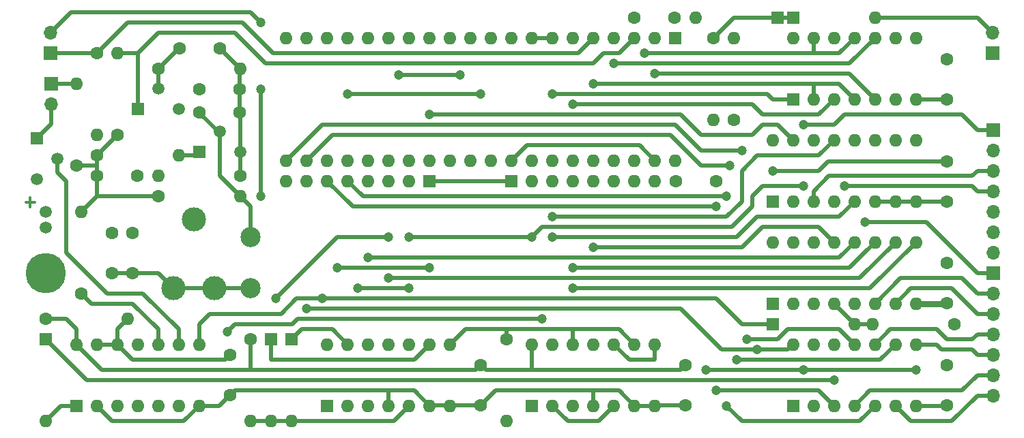
<source format=gbr>
%TF.GenerationSoftware,KiCad,Pcbnew,8.0.1*%
%TF.CreationDate,2024-05-17T17:30:13+02:00*%
%TF.ProjectId,modul_MH106,6d6f6475-6c5f-44d4-9831-30362e6b6963,rev?*%
%TF.SameCoordinates,Original*%
%TF.FileFunction,Copper,L2,Bot*%
%TF.FilePolarity,Positive*%
%FSLAX46Y46*%
G04 Gerber Fmt 4.6, Leading zero omitted, Abs format (unit mm)*
G04 Created by KiCad (PCBNEW 8.0.1) date 2024-05-17 17:30:13*
%MOMM*%
%LPD*%
G01*
G04 APERTURE LIST*
%ADD10C,0.300000*%
%TA.AperFunction,NonConductor*%
%ADD11C,0.300000*%
%TD*%
%TA.AperFunction,ComponentPad*%
%ADD12R,1.600000X1.600000*%
%TD*%
%TA.AperFunction,ComponentPad*%
%ADD13O,1.600000X1.600000*%
%TD*%
%TA.AperFunction,ComponentPad*%
%ADD14C,1.600000*%
%TD*%
%TA.AperFunction,ComponentPad*%
%ADD15R,1.700000X1.700000*%
%TD*%
%TA.AperFunction,ComponentPad*%
%ADD16O,1.700000X1.700000*%
%TD*%
%TA.AperFunction,ComponentPad*%
%ADD17R,1.500000X1.500000*%
%TD*%
%TA.AperFunction,ComponentPad*%
%ADD18C,1.500000*%
%TD*%
%TA.AperFunction,ComponentPad*%
%ADD19C,2.500000*%
%TD*%
%TA.AperFunction,ComponentPad*%
%ADD20C,3.000000*%
%TD*%
%TA.AperFunction,ViaPad*%
%ADD21C,1.200000*%
%TD*%
%TA.AperFunction,ViaPad*%
%ADD22C,5.000000*%
%TD*%
%TA.AperFunction,Conductor*%
%ADD23C,0.500000*%
%TD*%
%TA.AperFunction,Conductor*%
%ADD24C,0.800000*%
%TD*%
G04 APERTURE END LIST*
D10*
D11*
X95186428Y-81386900D02*
X94043571Y-81386900D01*
X94614999Y-81958328D02*
X94614999Y-80815471D01*
D12*
%TO.P,V6,1,K*%
%TO.N,/~{STB}*%
X186690000Y-96520000D03*
D13*
%TO.P,V6,2,A*%
%TO.N,Net-(D4A-~{WE})*%
X196850000Y-96520000D03*
%TD*%
%TO.P,R16,2*%
%TO.N,Net-(D4A-~{WE})*%
X199072500Y-96520000D03*
D14*
%TO.P,R16,1*%
%TO.N,+5V*%
X209232500Y-96520000D03*
%TD*%
%TO.P,R15,1*%
%TO.N,+BATT*%
X100330000Y-76835000D03*
D13*
%TO.P,R15,2*%
%TO.N,Net-(X4-Pin_1)*%
X100330000Y-66675000D03*
%TD*%
D14*
%TO.P,C16,1*%
%TO.N,+BATT*%
X175895000Y-101600000D03*
%TO.P,C16,2*%
%TO.N,GNDD*%
X175895000Y-106600000D03*
%TD*%
D12*
%TO.P,R9,1,common*%
%TO.N,+BATT*%
X154305000Y-78740000D03*
D13*
%TO.P,R9,2,R1*%
%TO.N,unconnected-(R9-R1-Pad2)*%
X156845000Y-78740000D03*
%TO.P,R9,3,R2*%
%TO.N,/~{DMX3}*%
X159385000Y-78740000D03*
%TO.P,R9,4,R3*%
%TO.N,/~{DMX4}*%
X161925000Y-78740000D03*
%TO.P,R9,5,R4*%
%TO.N,/~{DMX5}*%
X164465000Y-78740000D03*
%TO.P,R9,6,R5*%
%TO.N,/~{DMX6}*%
X167005000Y-78740000D03*
%TO.P,R9,7,R6*%
%TO.N,/~{DMX7}*%
X169545000Y-78740000D03*
%TO.P,R9,8,R7*%
%TO.N,/~{DMX1}*%
X172085000Y-78740000D03*
%TD*%
D15*
%TO.P,X5,1,Pin_1*%
%TO.N,Net-(D1-LSP)*%
X97130000Y-62845000D03*
D16*
%TO.P,X5,2,Pin_2*%
%TO.N,+5V*%
X97130000Y-60305000D03*
%TD*%
D14*
%TO.P,C3,1*%
%TO.N,Net-(C1-Pad1)*%
X107315000Y-90170000D03*
%TO.P,C3,2*%
%TO.N,GNDD*%
X107315000Y-85170000D03*
%TD*%
D15*
%TO.P,X4,1,Pin_1*%
%TO.N,Net-(X4-Pin_1)*%
X97180000Y-66695000D03*
D16*
%TO.P,X4,2,Pin_2*%
%TO.N,Net-(VT3-D)*%
X97180000Y-69235000D03*
%TD*%
D12*
%TO.P,D3,1*%
%TO.N,/~{DMX3}*%
X189230000Y-68580000D03*
D13*
%TO.P,D3,2*%
%TO.N,/~{DMX5}*%
X191770000Y-68580000D03*
%TO.P,D3,3*%
%TO.N,/~{DMX4}*%
X194310000Y-68580000D03*
%TO.P,D3,4*%
%TO.N,/~{DMX5}*%
X196850000Y-68580000D03*
%TO.P,D3,5*%
%TO.N,/~{DMX1}*%
X199390000Y-68580000D03*
%TO.P,D3,6*%
%TO.N,/S1*%
X201930000Y-68580000D03*
%TO.P,D3,7,GND*%
%TO.N,GNDD*%
X204470000Y-68580000D03*
%TO.P,D3,8*%
%TO.N,/S2*%
X204470000Y-60960000D03*
%TO.P,D3,9*%
%TO.N,/~{DMX1}*%
X201930000Y-60960000D03*
%TO.P,D3,10*%
%TO.N,/~{DMX6}*%
X199390000Y-60960000D03*
%TO.P,D3,11*%
%TO.N,/~{DMX7}*%
X196850000Y-60960000D03*
%TO.P,D3,12*%
%TO.N,/S0*%
X194310000Y-60960000D03*
%TO.P,D3,13*%
%TO.N,/~{DMX7}*%
X191770000Y-60960000D03*
%TO.P,D3,14,VCC*%
%TO.N,+5V*%
X189230000Y-60960000D03*
%TD*%
D14*
%TO.P,R11,1*%
%TO.N,+BATT*%
X121920000Y-98425000D03*
D13*
%TO.P,R11,2*%
%TO.N,Net-(D5A-D)*%
X121920000Y-108585000D03*
%TD*%
D12*
%TO.P,A1,1,DIS*%
%TO.N,Net-(A1A-DIS)*%
X100330000Y-106680000D03*
D13*
%TO.P,A1,2,THR*%
%TO.N,GNDD*%
X102870000Y-106680000D03*
%TO.P,A1,3,CTRL*%
%TO.N,unconnected-(A1A-CTRL-Pad3)*%
X105410000Y-106680000D03*
%TO.P,A1,4,~{RES}*%
%TO.N,/AE*%
X107950000Y-106680000D03*
%TO.P,A1,5,OUT*%
%TO.N,unconnected-(A1A-OUT-Pad5)*%
X110490000Y-106680000D03*
%TO.P,A1,6,~{TRIG}*%
%TO.N,/~{ALM}*%
X113030000Y-106680000D03*
%TO.P,A1,7,GND*%
%TO.N,GNDD*%
X115570000Y-106680000D03*
%TO.P,A1,8,~{TRIG}*%
%TO.N,/~{STB}*%
X115570000Y-99060000D03*
%TO.P,A1,9,OUT*%
%TO.N,Net-(A1B-OUT)*%
X113030000Y-99060000D03*
%TO.P,A1,10,~{RES}*%
%TO.N,Net-(A1A-DIS)*%
X110490000Y-99060000D03*
%TO.P,A1,11,CTRL*%
%TO.N,unconnected-(A1B-CTRL-Pad11)*%
X107950000Y-99060000D03*
%TO.P,A1,12,THR*%
%TO.N,Net-(A1B-DIS)*%
X105410000Y-99060000D03*
%TO.P,A1,13,DIS*%
X102870000Y-99060000D03*
%TO.P,A1,14,Ucc*%
%TO.N,+BATT*%
X100330000Y-99060000D03*
%TD*%
D14*
%TO.P,C10,1*%
%TO.N,Net-(A1B-DIS)*%
X119380000Y-100370000D03*
%TO.P,C10,2*%
%TO.N,GNDD*%
X119380000Y-105370000D03*
%TD*%
%TO.P,R14,1*%
%TO.N,+BATT*%
X96520000Y-95885000D03*
D13*
%TO.P,R14,2*%
%TO.N,Net-(A1B-DIS)*%
X106680000Y-95885000D03*
%TD*%
D12*
%TO.P,D7,1,Q*%
%TO.N,/AE*%
X156845000Y-106680000D03*
D13*
%TO.P,D7,2,~{Q}*%
%TO.N,Net-(D7A-D)*%
X159385000Y-106680000D03*
%TO.P,D7,3,T*%
%TO.N,/K5*%
X161925000Y-106680000D03*
%TO.P,D7,4,R*%
%TO.N,GNDD*%
X164465000Y-106680000D03*
%TO.P,D7,5,D*%
%TO.N,Net-(D7A-D)*%
X167005000Y-106680000D03*
%TO.P,D7,6,S*%
%TO.N,GNDD*%
X169545000Y-106680000D03*
%TO.P,D7,7,GND*%
X172085000Y-106680000D03*
%TO.P,D7,8,S*%
X172085000Y-99060000D03*
%TO.P,D7,9,D*%
%TO.N,Net-(D5B-S)*%
X169545000Y-99060000D03*
%TO.P,D7,10,R*%
%TO.N,GNDD*%
X167005000Y-99060000D03*
%TO.P,D7,11,T*%
%TO.N,/K1*%
X164465000Y-99060000D03*
%TO.P,D7,12,~{Q}*%
%TO.N,Net-(D5B-S)*%
X161925000Y-99060000D03*
%TO.P,D7,13,Q*%
%TO.N,/SET*%
X159385000Y-99060000D03*
%TO.P,D7,14,VCC*%
%TO.N,+BATT*%
X156845000Y-99060000D03*
%TD*%
D14*
%TO.P,C14,1*%
%TO.N,+5V*%
X208280000Y-76280000D03*
%TO.P,C14,2*%
%TO.N,GNDD*%
X208280000Y-81280000D03*
%TD*%
D12*
%TO.P,V1,1,K*%
%TO.N,Net-(D5B-Q)*%
X127000000Y-98425000D03*
D13*
%TO.P,V1,2,A*%
%TO.N,Net-(D5A-D)*%
X127000000Y-108585000D03*
%TD*%
D14*
%TO.P,C13,1*%
%TO.N,+5V*%
X208280000Y-88940000D03*
%TO.P,C13,2*%
%TO.N,GNDD*%
X208280000Y-93940000D03*
%TD*%
%TO.P,R6,1*%
%TO.N,Net-(D1-LSP)*%
X102870000Y-62865000D03*
D13*
%TO.P,R6,2*%
%TO.N,GNDD*%
X102870000Y-73025000D03*
%TD*%
D14*
%TO.P,R8,1*%
%TO.N,+BATT*%
X179324000Y-60960000D03*
D13*
%TO.P,R8,2*%
%TO.N,Net-(D1-Icc1)*%
X179324000Y-71120000D03*
%TD*%
D14*
%TO.P,C4,1*%
%TO.N,Net-(VT1-B)*%
X115610000Y-70231000D03*
%TO.P,C4,2*%
%TO.N,Net-(VT1-E)*%
X120610000Y-70231000D03*
%TD*%
%TO.P,R13,1*%
%TO.N,Net-(A1A-DIS)*%
X100965000Y-92710000D03*
D13*
%TO.P,R13,2*%
%TO.N,+BATT*%
X100965000Y-82550000D03*
%TD*%
D14*
%TO.P,R2,1*%
%TO.N,+BATT*%
X102870000Y-75565000D03*
D13*
%TO.P,R2,2*%
%TO.N,Net-(VT1-C)*%
X113030000Y-75565000D03*
%TD*%
D14*
%TO.P,C15,1*%
%TO.N,+BATT*%
X150495000Y-101600000D03*
%TO.P,C15,2*%
%TO.N,GNDD*%
X150495000Y-106600000D03*
%TD*%
D12*
%TO.P,D2,1*%
%TO.N,/~{KEY}*%
X189230000Y-106680000D03*
D13*
%TO.P,D2,2*%
%TO.N,/KEY*%
X191770000Y-106680000D03*
%TO.P,D2,3*%
%TO.N,/~{BCD4}*%
X194310000Y-106680000D03*
%TO.P,D2,4*%
%TO.N,/D2*%
X196850000Y-106680000D03*
%TO.P,D2,5*%
%TO.N,/~{BCD8}*%
X199390000Y-106680000D03*
%TO.P,D2,6*%
%TO.N,/D3*%
X201930000Y-106680000D03*
%TO.P,D2,7,GND*%
%TO.N,GNDD*%
X204470000Y-106680000D03*
%TO.P,D2,8*%
%TO.N,/D1*%
X204470000Y-99060000D03*
%TO.P,D2,9*%
%TO.N,/~{BCD2}*%
X201930000Y-99060000D03*
%TO.P,D2,10*%
%TO.N,/D0*%
X199390000Y-99060000D03*
%TO.P,D2,11*%
%TO.N,/~{BCD1}*%
X196850000Y-99060000D03*
%TO.P,D2,12*%
%TO.N,/LS*%
X194310000Y-99060000D03*
%TO.P,D2,13*%
%TO.N,/~{LS}*%
X191770000Y-99060000D03*
%TO.P,D2,14,VCC*%
%TO.N,+5V*%
X189230000Y-99060000D03*
%TD*%
D17*
%TO.P,VT1,1,C*%
%TO.N,Net-(VT1-C)*%
X115570000Y-75145000D03*
D18*
%TO.P,VT1,2,B*%
%TO.N,Net-(VT1-B)*%
X118110000Y-72605000D03*
%TO.P,VT1,3,E*%
%TO.N,Net-(VT1-E)*%
X120650000Y-75145000D03*
%TD*%
D17*
%TO.P,VT2,1,C*%
%TO.N,Net-(D1-EOSC)*%
X107940000Y-69811000D03*
D18*
%TO.P,VT2,2,B*%
%TO.N,Net-(VT2-B)*%
X110480000Y-67271000D03*
%TO.P,VT2,3,E*%
%TO.N,GNDD*%
X113020000Y-69811000D03*
%TD*%
D14*
%TO.P,R12,1*%
%TO.N,Net-(D5B-S)*%
X153670000Y-98425000D03*
D13*
%TO.P,R12,2*%
%TO.N,Net-(D1-~{N}{slash}F0)*%
X153670000Y-108585000D03*
%TD*%
D14*
%TO.P,C8,1*%
%TO.N,GNDD*%
X169545000Y-58420000D03*
%TO.P,C8,2*%
%TO.N,Net-(D1-Icc1)*%
X174545000Y-58420000D03*
%TD*%
D19*
%TO.P,Y1,1,1*%
%TO.N,Net-(C1-Pad1)*%
X121920000Y-92075000D03*
%TO.P,Y1,2,2*%
%TO.N,Net-(VT1-B)*%
X121920000Y-85725000D03*
%TD*%
D14*
%TO.P,R3,1*%
%TO.N,Net-(VT1-E)*%
X120650000Y-78105000D03*
D13*
%TO.P,R3,2*%
%TO.N,GNDD*%
X110490000Y-78105000D03*
%TD*%
D14*
%TO.P,R4,1*%
%TO.N,Net-(VT2-B)*%
X110490000Y-64770000D03*
D13*
%TO.P,R4,2*%
%TO.N,Net-(VT1-E)*%
X120650000Y-64770000D03*
%TD*%
D17*
%TO.P,VT3,1,D*%
%TO.N,Net-(VT3-D)*%
X95416000Y-73396000D03*
D18*
%TO.P,VT3,2,G*%
%TO.N,Net-(A1B-OUT)*%
X97956000Y-75936000D03*
%TO.P,VT3,3,S*%
%TO.N,GNDD*%
X95416000Y-78476000D03*
%TD*%
D14*
%TO.P,C9,1*%
%TO.N,GNDD*%
X179705000Y-78740000D03*
%TO.P,C9,2*%
%TO.N,Net-(D1-Icc2)*%
X174705000Y-78740000D03*
%TD*%
%TO.P,R7,1*%
%TO.N,Net-(D1-Icc2)*%
X181864000Y-71120000D03*
D13*
%TO.P,R7,2*%
%TO.N,+5V*%
X181864000Y-60960000D03*
%TD*%
D20*
%TO.P,C1,1*%
%TO.N,Net-(C1-Pad1)*%
X117475000Y-92075000D03*
X112395000Y-92075000D03*
%TO.P,C1,2*%
%TO.N,GNDD*%
X114935000Y-83502500D03*
%TD*%
D14*
%TO.P,C7,1*%
%TO.N,Net-(VT1-E)*%
X118110000Y-62230000D03*
%TO.P,C7,2*%
%TO.N,Net-(VT2-B)*%
X113110000Y-62230000D03*
%TD*%
D15*
%TO.P,X3,1,Pin_1*%
%TO.N,GNDD*%
X213995000Y-62865000D03*
D16*
%TO.P,X3,2,Pin_2*%
%TO.N,Net-(V4-A)*%
X213995000Y-60325000D03*
%TD*%
D14*
%TO.P,R5,1*%
%TO.N,+BATT*%
X105410000Y-73025000D03*
D13*
%TO.P,R5,2*%
%TO.N,Net-(D1-EOSC)*%
X105410000Y-62865000D03*
%TD*%
D14*
%TO.P,C5,1*%
%TO.N,Net-(VT1-E)*%
X120610000Y-67310000D03*
%TO.P,C5,2*%
%TO.N,GNDD*%
X115610000Y-67310000D03*
%TD*%
D12*
%TO.P,V3,1,K*%
%TO.N,/LS*%
X96520000Y-98425000D03*
D13*
%TO.P,V3,2,A*%
%TO.N,Net-(A1A-DIS)*%
X96520000Y-108585000D03*
%TD*%
D12*
%TO.P,D6,1,Q4*%
%TO.N,/MC0*%
X186690000Y-81280000D03*
D13*
%TO.P,D6,2,Q6*%
%TO.N,unconnected-(D6A-Q6-Pad2)*%
X189230000Y-81280000D03*
%TO.P,D6,3,C*%
%TO.N,/DP*%
X191770000Y-81280000D03*
%TO.P,D6,4,Q7*%
%TO.N,unconnected-(D6A-Q7-Pad4)*%
X194310000Y-81280000D03*
%TO.P,D6,5,Q5*%
%TO.N,/SET*%
X196850000Y-81280000D03*
%TO.P,D6,6,INH*%
%TO.N,GNDD*%
X199390000Y-81280000D03*
%TO.P,D6,7,VEE*%
X201930000Y-81280000D03*
%TO.P,D6,8,GND*%
X204470000Y-81280000D03*
%TO.P,D6,9,A2*%
%TO.N,/S2*%
X204470000Y-73660000D03*
%TO.P,D6,10,A1*%
%TO.N,/S1*%
X201930000Y-73660000D03*
%TO.P,D6,11,A0*%
%TO.N,/S0*%
X199390000Y-73660000D03*
%TO.P,D6,12,Q3*%
%TO.N,unconnected-(D6A-Q3-Pad12)*%
X196850000Y-73660000D03*
%TO.P,D6,13,Q0*%
%TO.N,/AE*%
X194310000Y-73660000D03*
%TO.P,D6,14,Q1*%
%TO.N,unconnected-(D6A-Q1-Pad14)*%
X191770000Y-73660000D03*
%TO.P,D6,15,Q2*%
%TO.N,/MC0*%
X189230000Y-73660000D03*
%TO.P,D6,16,VCC*%
%TO.N,+5V*%
X186690000Y-73660000D03*
%TD*%
D14*
%TO.P,C6,1*%
%TO.N,+BATT*%
X102870000Y-78105000D03*
%TO.P,C6,2*%
%TO.N,GNDD*%
X107870000Y-78105000D03*
%TD*%
D12*
%TO.P,D5,1,Q*%
%TO.N,/MC0*%
X131440000Y-106670000D03*
D13*
%TO.P,D5,2,~{Q}*%
%TO.N,Net-(D5A-~{Q})*%
X133980000Y-106670000D03*
%TO.P,D5,3,T*%
%TO.N,/K4*%
X136520000Y-106670000D03*
%TO.P,D5,4,R*%
%TO.N,GNDD*%
X139060000Y-106670000D03*
%TO.P,D5,5,D*%
%TO.N,Net-(D5A-D)*%
X141600000Y-106670000D03*
%TO.P,D5,6,S*%
%TO.N,GNDD*%
X144140000Y-106670000D03*
%TO.P,D5,7,GND*%
X146680000Y-106670000D03*
%TO.P,D5,8,S*%
%TO.N,Net-(D5B-S)*%
X146680000Y-99050000D03*
%TO.P,D5,9,D*%
%TO.N,Net-(D5A-~{Q})*%
X144140000Y-99050000D03*
%TO.P,D5,10,R*%
%TO.N,GNDD*%
X141600000Y-99050000D03*
%TO.P,D5,11,T*%
%TO.N,/K4*%
X139060000Y-99050000D03*
%TO.P,D5,12,~{Q}*%
%TO.N,Net-(D1-MOD1)*%
X136520000Y-99050000D03*
%TO.P,D5,13,Q*%
%TO.N,Net-(D5B-Q)*%
X133980000Y-99050000D03*
%TO.P,D5,14,VCC*%
%TO.N,+BATT*%
X131440000Y-99050000D03*
%TD*%
D14*
%TO.P,C2,1*%
%TO.N,Net-(C1-Pad1)*%
X104775000Y-90170000D03*
%TO.P,C2,2*%
%TO.N,GNDD*%
X104775000Y-85170000D03*
%TD*%
D12*
%TO.P,V5,1,K*%
%TO.N,+BATT*%
X187325000Y-58420000D03*
D13*
%TO.P,V5,2,A*%
%TO.N,+5V*%
X177165000Y-58420000D03*
%TD*%
D14*
%TO.P,C11,1*%
%TO.N,+5V*%
X208280000Y-101640000D03*
%TO.P,C11,2*%
%TO.N,GNDD*%
X208280000Y-106640000D03*
%TD*%
D12*
%TO.P,R10,1,common*%
%TO.N,+BATT*%
X144145000Y-78740000D03*
D13*
%TO.P,R10,2,R1*%
%TO.N,/~{LS}*%
X141605000Y-78740000D03*
%TO.P,R10,3,R2*%
%TO.N,/~{ALM}*%
X139065000Y-78740000D03*
%TO.P,R10,4,R3*%
%TO.N,/~{STB}*%
X136525000Y-78740000D03*
%TO.P,R10,5,R4*%
%TO.N,/~{BCD8}*%
X133985000Y-78740000D03*
%TO.P,R10,6,R5*%
%TO.N,/~{BCD4}*%
X131445000Y-78740000D03*
%TO.P,R10,7,R6*%
%TO.N,/~{BCD2}*%
X128905000Y-78740000D03*
%TO.P,R10,8,R7*%
%TO.N,/~{BCD1}*%
X126365000Y-78740000D03*
%TD*%
D14*
%TO.P,R1,1*%
%TO.N,+BATT*%
X110490000Y-80645000D03*
D13*
%TO.P,R1,2*%
%TO.N,Net-(VT1-B)*%
X120650000Y-80645000D03*
%TD*%
D14*
%TO.P,C12,1*%
%TO.N,+5V*%
X208280000Y-63580000D03*
%TO.P,C12,2*%
%TO.N,GNDD*%
X208280000Y-68580000D03*
%TD*%
D12*
%TO.P,V4,1,K*%
%TO.N,+BATT*%
X189230000Y-58420000D03*
D13*
%TO.P,V4,2,A*%
%TO.N,Net-(V4-A)*%
X199390000Y-58420000D03*
%TD*%
D12*
%TO.P,D4,1,Q7*%
%TO.N,unconnected-(D4A-Q7-Pad1)*%
X186690000Y-93970000D03*
D13*
%TO.P,D4,2,R*%
%TO.N,GNDD*%
X189230000Y-93970000D03*
%TO.P,D4,3,D*%
%TO.N,/KEY*%
X191770000Y-93970000D03*
%TO.P,D4,4,~{WE}*%
%TO.N,Net-(D4A-~{WE})*%
X194310000Y-93970000D03*
%TO.P,D4,5,A0*%
%TO.N,/S0*%
X196850000Y-93970000D03*
%TO.P,D4,6,A1*%
%TO.N,/S1*%
X199390000Y-93970000D03*
%TO.P,D4,7,A2*%
%TO.N,/S2*%
X201930000Y-93970000D03*
%TO.P,D4,8,GND*%
%TO.N,GNDD*%
X204470000Y-93970000D03*
%TO.P,D4,9,Q0*%
%TO.N,/K5*%
X204470000Y-86350000D03*
%TO.P,D4,10,Q1*%
%TO.N,/K4*%
X201930000Y-86350000D03*
%TO.P,D4,11,Q2*%
%TO.N,/K3*%
X199390000Y-86350000D03*
%TO.P,D4,12,Q3*%
%TO.N,/K2*%
X196850000Y-86350000D03*
%TO.P,D4,13,Q4*%
%TO.N,/K1*%
X194310000Y-86350000D03*
%TO.P,D4,14,Q5*%
%TO.N,unconnected-(D4A-Q5-Pad14)*%
X191770000Y-86350000D03*
%TO.P,D4,15,Q6*%
%TO.N,unconnected-(D4A-Q6-Pad15)*%
X189230000Y-86350000D03*
%TO.P,D4,16,VCC*%
%TO.N,+5V*%
X186690000Y-86350000D03*
%TD*%
D18*
%TO.P,C17,1*%
%TO.N,+BATT*%
X96520000Y-82550000D03*
%TO.P,C17,2*%
%TO.N,GNDD*%
X96520000Y-84550000D03*
%TD*%
D12*
%TO.P,V2,1,K*%
%TO.N,Net-(D5A-~{Q})*%
X124460000Y-98425000D03*
D13*
%TO.P,V2,2,A*%
%TO.N,Net-(D5A-D)*%
X124460000Y-108585000D03*
%TD*%
D12*
%TO.P,D1,1,Icc1*%
%TO.N,Net-(D1-Icc1)*%
X174625000Y-60960000D03*
D13*
%TO.P,D1,2,MR*%
%TO.N,GNDD*%
X172085000Y-60960000D03*
%TO.P,D1,3,EOSC*%
%TO.N,Net-(D1-EOSC)*%
X169545000Y-60960000D03*
%TO.P,D1,4,Z*%
%TO.N,GNDD*%
X167005000Y-60960000D03*
%TO.P,D1,5,LSP*%
%TO.N,Net-(D1-LSP)*%
X164465000Y-60960000D03*
%TO.P,D1,6,RY*%
%TO.N,/K3*%
X161925000Y-60960000D03*
%TO.P,D1,7,~{LSL}*%
%TO.N,/~{LS}*%
X159385000Y-60960000D03*
%TO.P,D1,8,~{LSS}*%
X156845000Y-60960000D03*
%TO.P,D1,9,~{LML}*%
%TO.N,unconnected-(D1-~{LML}-Pad9)*%
X154305000Y-60960000D03*
%TO.P,D1,10,~{LMS}*%
%TO.N,unconnected-(D1-~{LMS}-Pad10)*%
X151765000Y-60960000D03*
%TO.P,D1,11,~{ALM}*%
%TO.N,/~{ALM}*%
X149225000Y-60960000D03*
%TO.P,D1,12,~{CAL}*%
%TO.N,unconnected-(D1-~{CAL}-Pad12)*%
X146685000Y-60960000D03*
%TO.P,D1,13,MOD0*%
%TO.N,/MC0*%
X144145000Y-60960000D03*
%TO.P,D1,14,MOD1*%
%TO.N,Net-(D1-MOD1)*%
X141605000Y-60960000D03*
%TO.P,D1,15,SST*%
%TO.N,/K2*%
X139065000Y-60960000D03*
%TO.P,D1,16,SN/L*%
%TO.N,GNDD*%
X136525000Y-60960000D03*
%TO.P,D1,17,~{N}/F0*%
%TO.N,Net-(D1-~{N}{slash}F0)*%
X133985000Y-60960000D03*
%TO.P,D1,18,PHSE*%
%TO.N,GNDD*%
X131445000Y-60960000D03*
%TO.P,D1,19,~{STB}*%
%TO.N,/~{STB}*%
X128905000Y-60960000D03*
%TO.P,D1,20,GND*%
%TO.N,GNDD*%
X126365000Y-60960000D03*
%TO.P,D1,21,~{BCD1}*%
%TO.N,/~{BCD1}*%
X126365000Y-76200000D03*
%TO.P,D1,22,~{BCD2}*%
%TO.N,/~{BCD2}*%
X128905000Y-76200000D03*
%TO.P,D1,23,~{BCD4}*%
%TO.N,/~{BCD4}*%
X131445000Y-76200000D03*
%TO.P,D1,24,~{BCD8}*%
%TO.N,/~{BCD8}*%
X133985000Y-76200000D03*
%TO.P,D1,25,~{g/Ne}*%
%TO.N,unconnected-(D1-~{g{slash}Ne}-Pad25)*%
X136525000Y-76200000D03*
%TO.P,D1,26,~{a/So}*%
%TO.N,unconnected-(D1-~{a{slash}So}-Pad26)*%
X139065000Y-76200000D03*
%TO.P,D1,27,~{f/Pa}*%
%TO.N,unconnected-(D1-~{f{slash}Pa}-Pad27)*%
X141605000Y-76200000D03*
%TO.P,D1,28,~{e/Ct}*%
%TO.N,unconnected-(D1-~{e{slash}Ct}-Pad28)*%
X144145000Y-76200000D03*
%TO.P,D1,29,~{b/St}*%
%TO.N,unconnected-(D1-~{b{slash}St}-Pad29)*%
X146685000Y-76200000D03*
%TO.P,D1,30,~{c/Ut}*%
%TO.N,unconnected-(D1-~{c{slash}Ut}-Pad30)*%
X149225000Y-76200000D03*
%TO.P,D1,31,~{d/Po}*%
%TO.N,unconnected-(D1-~{d{slash}Po}-Pad31)*%
X151765000Y-76200000D03*
%TO.P,D1,32,~{DMX1}*%
%TO.N,/~{DMX1}*%
X154305000Y-76200000D03*
%TO.P,D1,33,~{DMX2}*%
%TO.N,unconnected-(D1-~{DMX2}-Pad33)*%
X156845000Y-76200000D03*
%TO.P,D1,34,~{DMX3}*%
%TO.N,/~{DMX3}*%
X159385000Y-76200000D03*
%TO.P,D1,35,~{DMX4}*%
%TO.N,/~{DMX4}*%
X161925000Y-76200000D03*
%TO.P,D1,36,~{DMX5}*%
%TO.N,/~{DMX5}*%
X164465000Y-76200000D03*
%TO.P,D1,37,~{DMX6}*%
%TO.N,/~{DMX6}*%
X167005000Y-76200000D03*
%TO.P,D1,38,~{DMX7}*%
%TO.N,/~{DMX7}*%
X169545000Y-76200000D03*
%TO.P,D1,39,~{DMX8}*%
%TO.N,/~{DMX1}*%
X172085000Y-76200000D03*
%TO.P,D1,40,Icc2*%
%TO.N,Net-(D1-Icc2)*%
X174625000Y-76200000D03*
%TD*%
D15*
%TO.P,X1,1,Pin_1*%
%TO.N,/~{KEY}*%
X214020000Y-72390000D03*
D16*
%TO.P,X1,2,Pin_2*%
%TO.N,unconnected-(X1-Pin_2-Pad2)*%
X214020000Y-74930000D03*
%TO.P,X1,3,Pin_3*%
%TO.N,/DP*%
X214020000Y-77470000D03*
%TO.P,X1,4,Pin_4*%
%TO.N,/LS*%
X214020000Y-80010000D03*
%TO.P,X1,5,Pin_5*%
%TO.N,+5V*%
X214020000Y-82550000D03*
%TO.P,X1,6,Pin_6*%
%TO.N,GNDD*%
X214020000Y-85090000D03*
%TO.P,X1,7,Pin_7*%
%TO.N,unconnected-(X1-Pin_7-Pad7)*%
X214020000Y-87630000D03*
%TD*%
D15*
%TO.P,X2,1,Pin_1*%
%TO.N,/S0*%
X214020000Y-90170000D03*
D16*
%TO.P,X2,2,Pin_2*%
%TO.N,/S1*%
X214020000Y-92710000D03*
%TO.P,X2,3,Pin_3*%
%TO.N,/S2*%
X214020000Y-95250000D03*
%TO.P,X2,4,Pin_4*%
%TO.N,/D0*%
X214020000Y-97790000D03*
%TO.P,X2,5,Pin_5*%
%TO.N,/D1*%
X214020000Y-100330000D03*
%TO.P,X2,6,Pin_6*%
%TO.N,/D2*%
X214020000Y-102870000D03*
%TO.P,X2,7,Pin_7*%
%TO.N,/D3*%
X214020000Y-105410000D03*
%TD*%
D21*
%TO.N,/~{BCD1}*%
X183515000Y-98425000D03*
D22*
%TO.N,GNDD*%
X96520000Y-90170000D03*
D21*
X190500000Y-102235000D03*
X178435000Y-102235000D03*
X204470000Y-102235000D03*
%TO.N,/AE*%
X158115000Y-95885000D03*
X159385000Y-83185000D03*
X119062500Y-97472500D03*
%TO.N,/~{ALM}*%
X140335000Y-65532000D03*
X139065000Y-85725000D03*
X125095000Y-93345000D03*
X147955000Y-65532000D03*
%TO.N,/~{STB}*%
X130810000Y-93345000D03*
%TO.N,+5V*%
X123190000Y-59055000D03*
X123190000Y-67310000D03*
X186690000Y-77470000D03*
X123190000Y-80645000D03*
X184785000Y-99695000D03*
X128905000Y-94615000D03*
%TO.N,/K3*%
X161925000Y-89535000D03*
%TO.N,/~{LS}*%
X156845000Y-85725000D03*
X141605000Y-85725000D03*
X190500000Y-79375000D03*
%TO.N,/MC0*%
X144145000Y-70485000D03*
X144145000Y-89535000D03*
X132715000Y-89535000D03*
%TO.N,Net-(D1-MOD1)*%
X135255000Y-92075000D03*
X141605000Y-92075000D03*
%TO.N,/K2*%
X136525000Y-88265000D03*
%TO.N,Net-(D1-~{N}{slash}F0)*%
X133985000Y-67945000D03*
X150495000Y-67945000D03*
%TO.N,/~{BCD1}*%
X182880000Y-74930000D03*
%TO.N,/~{BCD2}*%
X181356000Y-76835000D03*
X182245000Y-100965000D03*
%TO.N,/~{BCD4}*%
X179705000Y-104775000D03*
X179705000Y-81915000D03*
%TO.N,/~{BCD8}*%
X180975000Y-80645000D03*
X180975000Y-106680000D03*
%TO.N,/~{DMX1}*%
X172085000Y-65405000D03*
%TO.N,/~{DMX3}*%
X159385000Y-67945000D03*
%TO.N,/~{DMX4}*%
X161925000Y-69215000D03*
%TO.N,/~{DMX5}*%
X164465000Y-66675000D03*
%TO.N,/~{DMX6}*%
X167005000Y-64135000D03*
%TO.N,/~{DMX7}*%
X170815000Y-62865000D03*
%TO.N,/~{KEY}*%
X190500000Y-71755000D03*
%TO.N,/LS*%
X194310000Y-103505000D03*
X195580000Y-79375000D03*
%TO.N,/S0*%
X198120000Y-83820000D03*
%TO.N,/K4*%
X139065000Y-90805000D03*
%TO.N,/SET*%
X159385000Y-85725000D03*
%TO.N,/K5*%
X161925000Y-92075000D03*
%TO.N,/K1*%
X164465000Y-86995000D03*
%TD*%
D23*
%TO.N,+BATT*%
X132080000Y-102235000D02*
X121920000Y-102235000D01*
X149860000Y-102235000D02*
X150495000Y-101600000D01*
X132080000Y-102235000D02*
X149860000Y-102235000D01*
%TO.N,Net-(D4A-~{WE})*%
X196850000Y-96520000D02*
X199072500Y-96520000D01*
%TO.N,/D1*%
X204470000Y-99060000D02*
X207010000Y-99060000D01*
X207010000Y-99060000D02*
X207645000Y-99695000D01*
X207645000Y-99695000D02*
X211455000Y-99695000D01*
X211455000Y-99695000D02*
X212090000Y-100330000D01*
X212090000Y-100330000D02*
X214020000Y-100330000D01*
%TO.N,/D0*%
X208280000Y-98425000D02*
X211455000Y-98425000D01*
X207010000Y-97155000D02*
X208280000Y-98425000D01*
X201295000Y-97155000D02*
X207010000Y-97155000D01*
X212090000Y-97790000D02*
X214020000Y-97790000D01*
X199390000Y-99060000D02*
X201295000Y-97155000D01*
X211455000Y-98425000D02*
X212090000Y-97790000D01*
%TO.N,Net-(D4A-~{WE})*%
X194310000Y-93980000D02*
X196850000Y-96520000D01*
X194310000Y-93970000D02*
X194310000Y-93980000D01*
%TO.N,/~{STB}*%
X182880000Y-96520000D02*
X186690000Y-96520000D01*
X130810000Y-93345000D02*
X179705000Y-93345000D01*
X179705000Y-93345000D02*
X182880000Y-96520000D01*
%TO.N,/~{BCD1}*%
X188595000Y-97155000D02*
X194945000Y-97155000D01*
X194945000Y-97155000D02*
X196850000Y-99060000D01*
X183515000Y-98425000D02*
X187325000Y-98425000D01*
X187325000Y-98425000D02*
X188595000Y-97155000D01*
%TO.N,+5V*%
X175260000Y-94615000D02*
X128905000Y-94615000D01*
X180340000Y-99695000D02*
X175260000Y-94615000D01*
X184785000Y-99695000D02*
X180340000Y-99695000D01*
X188595000Y-99695000D02*
X189230000Y-99060000D01*
X184785000Y-99695000D02*
X188595000Y-99695000D01*
%TO.N,/~{BCD8}*%
X197485000Y-108585000D02*
X199390000Y-106680000D01*
X182880000Y-108585000D02*
X197485000Y-108585000D01*
X180975000Y-106680000D02*
X182880000Y-108585000D01*
%TO.N,/~{BCD4}*%
X179705000Y-104775000D02*
X192405000Y-104775000D01*
X192405000Y-104775000D02*
X194310000Y-106680000D01*
%TO.N,Net-(A1A-DIS)*%
X102235000Y-93980000D02*
X107315000Y-93980000D01*
X107315000Y-93980000D02*
X110490000Y-97155000D01*
X100965000Y-92710000D02*
X102235000Y-93980000D01*
X96520000Y-108585000D02*
X98425000Y-106680000D01*
X98425000Y-106680000D02*
X100330000Y-106680000D01*
X110490000Y-97155000D02*
X110490000Y-99060000D01*
%TO.N,GNDD*%
X115570000Y-106680000D02*
X113665000Y-108585000D01*
X204470000Y-81280000D02*
X208280000Y-81280000D01*
X118070000Y-106680000D02*
X119970000Y-104780000D01*
X150495000Y-106600000D02*
X144210000Y-106600000D01*
X172085000Y-100965000D02*
X168910000Y-100965000D01*
X204470000Y-68580000D02*
X208280000Y-68580000D01*
X184785000Y-102235000D02*
X178435000Y-102235000D01*
X172085000Y-99060000D02*
X172085000Y-100965000D01*
X164465000Y-104775000D02*
X152320000Y-104775000D01*
X119970000Y-104780000D02*
X139060000Y-104780000D01*
X168910000Y-100965000D02*
X167005000Y-99060000D01*
X204470000Y-102235000D02*
X190500000Y-102235000D01*
X113665000Y-108585000D02*
X104775000Y-108585000D01*
X175855000Y-106640000D02*
X172125000Y-106640000D01*
X169545000Y-106680000D02*
X172085000Y-106680000D01*
X190500000Y-102235000D02*
X184785000Y-102235000D01*
X175895000Y-106600000D02*
X175855000Y-106640000D01*
X144210000Y-106600000D02*
X144140000Y-106670000D01*
X167640000Y-104775000D02*
X164465000Y-104775000D01*
X139060000Y-104780000D02*
X139060000Y-106670000D01*
D24*
X208250000Y-93970000D02*
X208280000Y-93940000D01*
D23*
X169545000Y-106680000D02*
X167640000Y-104775000D01*
X104775000Y-108585000D02*
X102870000Y-106680000D01*
X208240000Y-106680000D02*
X208280000Y-106640000D01*
X142245000Y-104775000D02*
X139065000Y-104775000D01*
X144140000Y-106670000D02*
X142245000Y-104775000D01*
X204470000Y-81280000D02*
X199390000Y-81280000D01*
X139065000Y-104775000D02*
X139060000Y-104780000D01*
X172125000Y-106640000D02*
X172085000Y-106680000D01*
D24*
X204470000Y-93970000D02*
X208250000Y-93970000D01*
D23*
X164465000Y-106680000D02*
X164465000Y-104775000D01*
X152320000Y-104775000D02*
X150495000Y-106600000D01*
X204470000Y-106680000D02*
X208240000Y-106680000D01*
X115570000Y-106680000D02*
X118070000Y-106680000D01*
%TO.N,/AE*%
X192405000Y-75565000D02*
X194310000Y-73660000D01*
X119062500Y-97472500D02*
X120015000Y-96520000D01*
X182880000Y-81280000D02*
X182880000Y-77470000D01*
X120015000Y-96520000D02*
X127140025Y-96520000D01*
X182880000Y-77470000D02*
X184785000Y-75565000D01*
X180975000Y-83185000D02*
X182880000Y-81280000D01*
X159385000Y-83185000D02*
X180975000Y-83185000D01*
X184785000Y-75565000D02*
X192405000Y-75565000D01*
X127775025Y-95885000D02*
X158115000Y-95885000D01*
X127140025Y-96520000D02*
X127775025Y-95885000D01*
%TO.N,/~{ALM}*%
X132715000Y-85725000D02*
X139065000Y-85725000D01*
X147955000Y-65532000D02*
X140335000Y-65532000D01*
X125095000Y-93345000D02*
X132715000Y-85725000D01*
%TO.N,/~{STB}*%
X130810000Y-93345000D02*
X127635000Y-93345000D01*
X116840000Y-95250000D02*
X115570000Y-96520000D01*
X125730000Y-95250000D02*
X116840000Y-95250000D01*
X127635000Y-93345000D02*
X125730000Y-95250000D01*
X115570000Y-96520000D02*
X115570000Y-99060000D01*
%TO.N,Net-(A1B-OUT)*%
X113030000Y-99060000D02*
X113030000Y-97155000D01*
X99060000Y-78740000D02*
X97956000Y-77636000D01*
X108585000Y-92710000D02*
X104140000Y-92710000D01*
X99060000Y-87630000D02*
X99060000Y-78740000D01*
X113030000Y-97155000D02*
X108585000Y-92710000D01*
X104140000Y-92710000D02*
X99060000Y-87630000D01*
X97956000Y-77636000D02*
X97956000Y-75936000D01*
%TO.N,Net-(A1B-DIS)*%
X105410000Y-99060000D02*
X107315000Y-100965000D01*
X105410000Y-97155000D02*
X106680000Y-95885000D01*
X102870000Y-99060000D02*
X105410000Y-99060000D01*
X118785000Y-100965000D02*
X119380000Y-100370000D01*
X107315000Y-100965000D02*
X118785000Y-100965000D01*
X105410000Y-99060000D02*
X105410000Y-97155000D01*
%TO.N,+BATT*%
X102870000Y-76835000D02*
X102870000Y-75311000D01*
X100330000Y-97155000D02*
X100330000Y-99060000D01*
X103505000Y-102235000D02*
X100330000Y-99060000D01*
X187325000Y-58420000D02*
X181864000Y-58420000D01*
X102870000Y-80645000D02*
X110490000Y-80645000D01*
X121920000Y-102235000D02*
X103505000Y-102235000D01*
X121920000Y-102235000D02*
X121920000Y-98425000D01*
X102870000Y-75311000D02*
X103124000Y-75311000D01*
X175260000Y-102235000D02*
X175895000Y-101600000D01*
X187325000Y-58420000D02*
X189230000Y-58420000D01*
X96520000Y-95885000D02*
X99060000Y-95885000D01*
X156845000Y-102235000D02*
X175260000Y-102235000D01*
X99060000Y-95885000D02*
X100330000Y-97155000D01*
X103124000Y-75311000D02*
X105410000Y-73025000D01*
X156845000Y-102235000D02*
X151130000Y-102235000D01*
X156845000Y-99060000D02*
X156845000Y-102235000D01*
X151130000Y-102235000D02*
X150495000Y-101600000D01*
X110490000Y-80645000D02*
X110490000Y-81026000D01*
X144145000Y-78740000D02*
X154305000Y-78740000D01*
X181864000Y-58420000D02*
X179324000Y-60960000D01*
X100330000Y-76835000D02*
X102870000Y-76835000D01*
X100965000Y-82550000D02*
X102870000Y-80645000D01*
X102870000Y-80645000D02*
X102870000Y-76835000D01*
%TO.N,Net-(C1-Pad1)*%
X104775000Y-90170000D02*
X110490000Y-90170000D01*
X110490000Y-90170000D02*
X112395000Y-92075000D01*
X121920000Y-92075000D02*
X112395000Y-92075000D01*
%TO.N,Net-(VT1-B)*%
X118110000Y-78105000D02*
X120650000Y-80645000D01*
X115610000Y-70231000D02*
X115610000Y-70271000D01*
X115610000Y-70271000D02*
X118110000Y-72771000D01*
X121920000Y-81915000D02*
X121920000Y-85725000D01*
X120650000Y-80645000D02*
X121920000Y-81915000D01*
X118110000Y-78105000D02*
X118110000Y-72771000D01*
%TO.N,Net-(VT1-E)*%
X120610000Y-67437000D02*
X120610000Y-64810000D01*
X118110000Y-62230000D02*
X120650000Y-64770000D01*
X120650000Y-70271000D02*
X120610000Y-70231000D01*
X120650000Y-75311000D02*
X120650000Y-70271000D01*
X120610000Y-64810000D02*
X120650000Y-64770000D01*
X120650000Y-78105000D02*
X120650000Y-75311000D01*
X120610000Y-70231000D02*
X120610000Y-67437000D01*
%TO.N,Net-(VT2-B)*%
X113110000Y-62230000D02*
X113030000Y-62230000D01*
X113030000Y-62230000D02*
X110490000Y-64770000D01*
X110480000Y-67271000D02*
X110480000Y-64780000D01*
X110480000Y-64780000D02*
X110490000Y-64770000D01*
%TO.N,+5V*%
X192405000Y-77470000D02*
X193595000Y-76280000D01*
X186690000Y-77470000D02*
X192405000Y-77470000D01*
X99650000Y-57785000D02*
X97130000Y-60305000D01*
X123190000Y-67310000D02*
X123190000Y-80645000D01*
X123190000Y-59055000D02*
X121920000Y-57785000D01*
X121920000Y-57785000D02*
X99650000Y-57785000D01*
X193595000Y-76280000D02*
X208280000Y-76280000D01*
%TO.N,Net-(D1-EOSC)*%
X167640000Y-62865000D02*
X169545000Y-60960000D01*
X107940000Y-69811000D02*
X107940000Y-62875000D01*
X120015000Y-60325000D02*
X123825000Y-64135000D01*
X164465000Y-64135000D02*
X165735000Y-62865000D01*
X165735000Y-62865000D02*
X167640000Y-62865000D01*
X105410000Y-62865000D02*
X107930000Y-62865000D01*
X110490000Y-60325000D02*
X120015000Y-60325000D01*
X107940000Y-62875000D02*
X110490000Y-60325000D01*
X107930000Y-62865000D02*
X107940000Y-62875000D01*
X123825000Y-64135000D02*
X164465000Y-64135000D01*
%TO.N,Net-(D1-LSP)*%
X102870000Y-62865000D02*
X97790000Y-62865000D01*
X162560000Y-62865000D02*
X164465000Y-60960000D01*
X120967500Y-59055000D02*
X124777500Y-62865000D01*
X106680000Y-59055000D02*
X102870000Y-62865000D01*
X124777500Y-62865000D02*
X162560000Y-62865000D01*
X106680000Y-59055000D02*
X120967500Y-59055000D01*
%TO.N,/K3*%
X198140000Y-87600000D02*
X199390000Y-86350000D01*
X198140000Y-87610000D02*
X198140000Y-87600000D01*
X161925000Y-89535000D02*
X196215000Y-89535000D01*
X196215000Y-89535000D02*
X198140000Y-87610000D01*
%TO.N,/~{LS}*%
X158115000Y-84455000D02*
X181610000Y-84455000D01*
X159385000Y-60960000D02*
X156845000Y-60960000D01*
X141605000Y-85725000D02*
X156845000Y-85725000D01*
X156845000Y-85725000D02*
X158115000Y-84455000D01*
X184150000Y-81915000D02*
X184150000Y-80645000D01*
X181610000Y-84455000D02*
X184150000Y-81915000D01*
X185420000Y-79375000D02*
X190500000Y-79375000D01*
X184150000Y-80645000D02*
X185420000Y-79375000D01*
%TO.N,/MC0*%
X187325000Y-71755000D02*
X189230000Y-73660000D01*
X175260000Y-70485000D02*
X177800000Y-73025000D01*
X144145000Y-89535000D02*
X132715000Y-89535000D01*
X184150000Y-73025000D02*
X185420000Y-71755000D01*
X185420000Y-71755000D02*
X187325000Y-71755000D01*
X177800000Y-73025000D02*
X184150000Y-73025000D01*
X144145000Y-70485000D02*
X175260000Y-70485000D01*
%TO.N,Net-(D1-MOD1)*%
X141605000Y-92075000D02*
X135255000Y-92075000D01*
%TO.N,/K2*%
X136525000Y-88265000D02*
X194935000Y-88265000D01*
X194935000Y-88265000D02*
X196850000Y-86350000D01*
%TO.N,Net-(D1-~{N}{slash}F0)*%
X133985000Y-67945000D02*
X150495000Y-67945000D01*
%TO.N,/~{BCD1}*%
X182880000Y-74930000D02*
X177800000Y-74930000D01*
X177800000Y-74930000D02*
X174625000Y-71755000D01*
X174625000Y-71755000D02*
X130810000Y-71755000D01*
X130810000Y-71755000D02*
X126365000Y-76200000D01*
%TO.N,/~{BCD2}*%
X200025000Y-100965000D02*
X201930000Y-99060000D01*
X177800000Y-76835000D02*
X173990000Y-73025000D01*
X182245000Y-100965000D02*
X200025000Y-100965000D01*
X181356000Y-76835000D02*
X177800000Y-76835000D01*
X132080000Y-73025000D02*
X128905000Y-76200000D01*
X173990000Y-73025000D02*
X132080000Y-73025000D01*
%TO.N,/~{BCD4}*%
X134620000Y-81915000D02*
X131445000Y-78740000D01*
X179705000Y-81915000D02*
X134620000Y-81915000D01*
%TO.N,/~{BCD8}*%
X180975000Y-80645000D02*
X135890000Y-80645000D01*
X135890000Y-80645000D02*
X133985000Y-78740000D01*
%TO.N,/~{DMX1}*%
X172085000Y-76200000D02*
X170180000Y-74295000D01*
X170180000Y-74295000D02*
X156210000Y-74295000D01*
X156210000Y-74295000D02*
X154305000Y-76200000D01*
X196215000Y-65405000D02*
X199390000Y-68580000D01*
X172085000Y-65405000D02*
X196215000Y-65405000D01*
%TO.N,/~{DMX3}*%
X186055000Y-67945000D02*
X159385000Y-67945000D01*
X189230000Y-68580000D02*
X186690000Y-68580000D01*
X186690000Y-68580000D02*
X186055000Y-67945000D01*
%TO.N,/~{DMX4}*%
X184150000Y-69215000D02*
X161925000Y-69215000D01*
X192405000Y-70485000D02*
X185420000Y-70485000D01*
X185420000Y-70485000D02*
X184150000Y-69215000D01*
X194310000Y-68580000D02*
X192405000Y-70485000D01*
%TO.N,/~{DMX5}*%
X196850000Y-68580000D02*
X194945000Y-66675000D01*
X194945000Y-66675000D02*
X191770000Y-66675000D01*
X191770000Y-68580000D02*
X191770000Y-66675000D01*
X164465000Y-66675000D02*
X191770000Y-66675000D01*
%TO.N,/~{DMX6}*%
X196215000Y-64135000D02*
X199390000Y-60960000D01*
X167005000Y-64135000D02*
X196215000Y-64135000D01*
%TO.N,/~{DMX7}*%
X170815000Y-62865000D02*
X191770000Y-62865000D01*
X191770000Y-60960000D02*
X191770000Y-62865000D01*
X194945000Y-62865000D02*
X191770000Y-62865000D01*
X196850000Y-60960000D02*
X194945000Y-62865000D01*
%TO.N,/~{KEY}*%
X210185000Y-70485000D02*
X212090000Y-72390000D01*
X195580000Y-70485000D02*
X210185000Y-70485000D01*
X212090000Y-72390000D02*
X214020000Y-72390000D01*
X194310000Y-71755000D02*
X195580000Y-70485000D01*
X190500000Y-71755000D02*
X194310000Y-71755000D01*
%TO.N,/LS*%
X101600000Y-103505000D02*
X96520000Y-98425000D01*
X212090000Y-80010000D02*
X214020000Y-80010000D01*
X195580000Y-79375000D02*
X211455000Y-79375000D01*
X194310000Y-103505000D02*
X101600000Y-103505000D01*
X211455000Y-79375000D02*
X212090000Y-80010000D01*
%TO.N,/D2*%
X196850000Y-106680000D02*
X198755000Y-104775000D01*
X198755000Y-104775000D02*
X210185000Y-104775000D01*
X210185000Y-104775000D02*
X212090000Y-102870000D01*
X212090000Y-102870000D02*
X214020000Y-102870000D01*
%TO.N,/D3*%
X208915000Y-108585000D02*
X212090000Y-105410000D01*
X212090000Y-105410000D02*
X214020000Y-105410000D01*
X201930000Y-106680000D02*
X203835000Y-108585000D01*
X203835000Y-108585000D02*
X208915000Y-108585000D01*
%TO.N,/S1*%
X214020000Y-92710000D02*
X212090000Y-92710000D01*
X212090000Y-92710000D02*
X210185000Y-90805000D01*
X210185000Y-90805000D02*
X202555000Y-90805000D01*
X202555000Y-90805000D02*
X199390000Y-93970000D01*
%TO.N,/S2*%
X203825000Y-92075000D02*
X201930000Y-93970000D01*
X208915000Y-92075000D02*
X203825000Y-92075000D01*
X214020000Y-95250000D02*
X212090000Y-95250000D01*
X212090000Y-95250000D02*
X208915000Y-92075000D01*
%TO.N,/S0*%
X198140000Y-83840000D02*
X205772500Y-83840000D01*
X205772500Y-83840000D02*
X212102500Y-90170000D01*
X212102500Y-90170000D02*
X214020000Y-90170000D01*
X198120000Y-83820000D02*
X198140000Y-83840000D01*
%TO.N,Net-(V4-A)*%
X199390000Y-58420000D02*
X212090000Y-58420000D01*
X212090000Y-58420000D02*
X213995000Y-60325000D01*
%TO.N,Net-(D5A-~{Q})*%
X124460000Y-100965000D02*
X124460000Y-98425000D01*
X142225000Y-100965000D02*
X124460000Y-100965000D01*
X144140000Y-99050000D02*
X142225000Y-100965000D01*
%TO.N,/K4*%
X197475000Y-90805000D02*
X139065000Y-90805000D01*
X201930000Y-86350000D02*
X197475000Y-90805000D01*
%TO.N,Net-(D5A-D)*%
X139700000Y-108570000D02*
X127015000Y-108570000D01*
X127015000Y-108570000D02*
X127000000Y-108585000D01*
X141600000Y-106670000D02*
X139700000Y-108570000D01*
X121920000Y-108585000D02*
X127000000Y-108585000D01*
%TO.N,Net-(D5B-S)*%
X161925000Y-97155000D02*
X153670000Y-97155000D01*
X148575000Y-97155000D02*
X146680000Y-99050000D01*
X167640000Y-97155000D02*
X161925000Y-97155000D01*
X153670000Y-97155000D02*
X148575000Y-97155000D01*
X153670000Y-97155000D02*
X153670000Y-98425000D01*
X169545000Y-99060000D02*
X167640000Y-97155000D01*
X161925000Y-99060000D02*
X161925000Y-97155000D01*
%TO.N,Net-(D5B-Q)*%
X127000000Y-98425000D02*
X128270000Y-97155000D01*
X128270000Y-97155000D02*
X132085000Y-97155000D01*
X132085000Y-97155000D02*
X133980000Y-99050000D01*
%TO.N,/DP*%
X212090000Y-77470000D02*
X211455000Y-78105000D01*
X191770000Y-80010000D02*
X191770000Y-81280000D01*
X211455000Y-78105000D02*
X193675000Y-78105000D01*
X193675000Y-78105000D02*
X191770000Y-80010000D01*
X214020000Y-77470000D02*
X212090000Y-77470000D01*
%TO.N,/SET*%
X194945000Y-83185000D02*
X196850000Y-81280000D01*
X184785000Y-83185000D02*
X194945000Y-83185000D01*
X182245000Y-85725000D02*
X184785000Y-83185000D01*
X159385000Y-85725000D02*
X182245000Y-85725000D01*
%TO.N,Net-(D7A-D)*%
X161290000Y-108585000D02*
X159385000Y-106680000D01*
X167005000Y-106680000D02*
X165100000Y-108585000D01*
X165100000Y-108585000D02*
X161290000Y-108585000D01*
%TO.N,/K5*%
X198745000Y-92075000D02*
X204470000Y-86350000D01*
X161925000Y-92075000D02*
X198745000Y-92075000D01*
%TO.N,/K1*%
X192415000Y-84455000D02*
X185420000Y-84455000D01*
X194310000Y-86350000D02*
X192415000Y-84455000D01*
X185420000Y-84455000D02*
X182880000Y-86995000D01*
X182880000Y-86995000D02*
X164465000Y-86995000D01*
%TO.N,Net-(VT1-C)*%
X113030000Y-75565000D02*
X115150000Y-75565000D01*
X115150000Y-75565000D02*
X115570000Y-75145000D01*
%TO.N,Net-(X4-Pin_1)*%
X97180000Y-66695000D02*
X100310000Y-66695000D01*
X100310000Y-66695000D02*
X100330000Y-66675000D01*
%TO.N,Net-(VT3-D)*%
X97180000Y-69235000D02*
X97180000Y-71632000D01*
X97180000Y-71632000D02*
X95416000Y-73396000D01*
%TD*%
M02*

</source>
